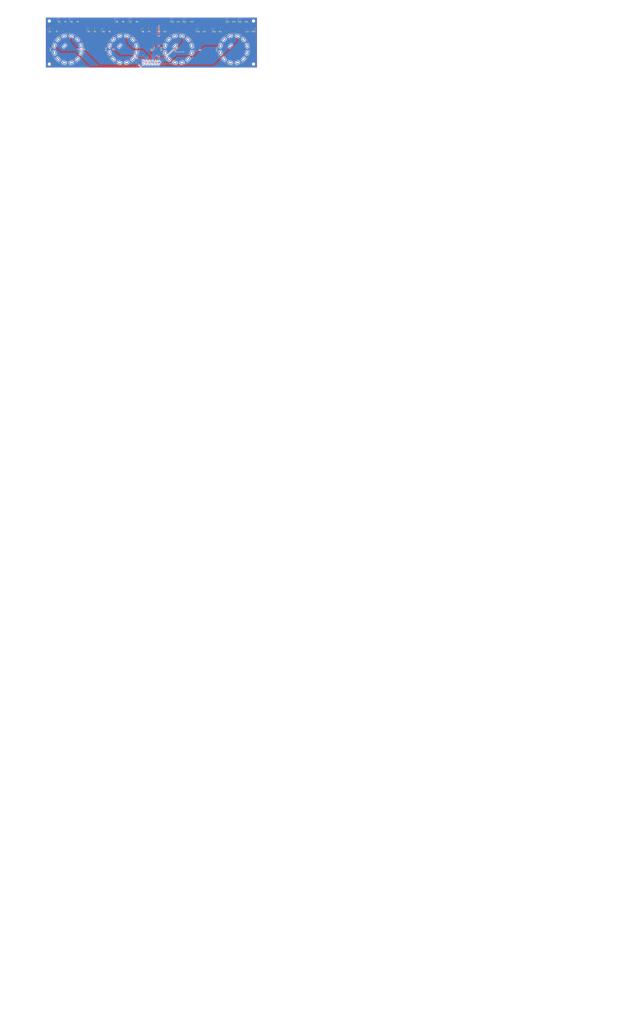
<source format=kicad_pcb>
(kicad_pcb
	(version 20240108)
	(generator "pcbnew")
	(generator_version "8.0")
	(general
		(thickness 1.6)
		(legacy_teardrops no)
	)
	(paper "A4")
	(layers
		(0 "F.Cu" signal)
		(31 "B.Cu" signal)
		(34 "B.Paste" user)
		(35 "F.Paste" user)
		(36 "B.SilkS" user "B.Silkscreen")
		(37 "F.SilkS" user "F.Silkscreen")
		(38 "B.Mask" user)
		(39 "F.Mask" user)
		(44 "Edge.Cuts" user)
		(45 "Margin" user)
		(46 "B.CrtYd" user "B.Courtyard")
		(47 "F.CrtYd" user "F.Courtyard")
		(48 "B.Fab" user)
		(49 "F.Fab" user)
	)
	(setup
		(stackup
			(layer "F.SilkS"
				(type "Top Silk Screen")
				(color "White")
			)
			(layer "F.Paste"
				(type "Top Solder Paste")
			)
			(layer "F.Mask"
				(type "Top Solder Mask")
				(color "Black")
				(thickness 0.01)
			)
			(layer "F.Cu"
				(type "copper")
				(thickness 0.035)
			)
			(layer "dielectric 1"
				(type "core")
				(thickness 1.51)
				(material "FR4")
				(epsilon_r 4.5)
				(loss_tangent 0.02)
			)
			(layer "B.Cu"
				(type "copper")
				(thickness 0.035)
			)
			(layer "B.Mask"
				(type "Bottom Solder Mask")
				(color "Black")
				(thickness 0.01)
			)
			(layer "B.Paste"
				(type "Bottom Solder Paste")
			)
			(layer "B.SilkS"
				(type "Bottom Silk Screen")
				(color "White")
			)
			(copper_finish "None")
			(dielectric_constraints yes)
		)
		(pad_to_mask_clearance 0)
		(allow_soldermask_bridges_in_footprints no)
		(aux_axis_origin 74 130)
		(grid_origin 74 130)
		(pcbplotparams
			(layerselection 0x00010fc_ffffffff)
			(plot_on_all_layers_selection 0x0000000_00000000)
			(disableapertmacros no)
			(usegerberextensions no)
			(usegerberattributes yes)
			(usegerberadvancedattributes yes)
			(creategerberjobfile yes)
			(dashed_line_dash_ratio 12.000000)
			(dashed_line_gap_ratio 3.000000)
			(svgprecision 4)
			(plotframeref no)
			(viasonmask no)
			(mode 1)
			(useauxorigin no)
			(hpglpennumber 1)
			(hpglpenspeed 20)
			(hpglpendiameter 15.000000)
			(pdf_front_fp_property_popups yes)
			(pdf_back_fp_property_popups yes)
			(dxfpolygonmode yes)
			(dxfimperialunits yes)
			(dxfusepcbnewfont yes)
			(psnegative no)
			(psa4output no)
			(plotreference yes)
			(plotvalue yes)
			(plotfptext yes)
			(plotinvisibletext no)
			(sketchpadsonfab no)
			(subtractmaskfromsilk no)
			(outputformat 1)
			(mirror no)
			(drillshape 1)
			(scaleselection 1)
			(outputdirectory "")
		)
	)
	(net 0 "")
	(net 1 "/LED_PWR")
	(net 2 "Net-(D1-A)")
	(net 3 "Net-(D2-A)")
	(net 4 "Net-(D3-A)")
	(net 5 "Net-(D4-A)")
	(net 6 "Net-(D5-A)")
	(net 7 "Net-(D6-A)")
	(net 8 "+3V3")
	(net 9 "/ATT Capt")
	(net 10 "/AIR Capt")
	(net 11 "/ATT FO")
	(net 12 "/AIR FO")
	(net 13 "/EIS Capt")
	(net 14 "/PWM_1")
	(net 15 "/EIS FO")
	(net 16 "GND")
	(net 17 "/ECAM Capt")
	(net 18 "VBUS")
	(net 19 "/ECAM FO")
	(net 20 "unconnected-(SW1-Pad2)")
	(net 21 "unconnected-(SW1-Pad3)")
	(net 22 "unconnected-(SW1-Pad5)")
	(net 23 "unconnected-(SW1-Pad6)")
	(net 24 "unconnected-(SW1-Pad7)")
	(net 25 "unconnected-(SW1-Pad8)")
	(net 26 "unconnected-(SW1-Pad9)")
	(net 27 "unconnected-(SW1-Pad10)")
	(net 28 "unconnected-(SW1-Pad11)")
	(net 29 "unconnected-(SW1-Pad12)")
	(net 30 "unconnected-(SW2-Pad2)")
	(net 31 "unconnected-(SW2-Pad3)")
	(net 32 "unconnected-(SW2-Pad5)")
	(net 33 "unconnected-(SW2-Pad6)")
	(net 34 "unconnected-(SW2-Pad7)")
	(net 35 "unconnected-(SW2-Pad8)")
	(net 36 "unconnected-(SW2-Pad9)")
	(net 37 "unconnected-(SW2-Pad10)")
	(net 38 "unconnected-(SW2-Pad11)")
	(net 39 "unconnected-(SW2-Pad12)")
	(net 40 "unconnected-(SW3-Pad2)")
	(net 41 "unconnected-(SW3-Pad3)")
	(net 42 "unconnected-(SW3-Pad5)")
	(net 43 "unconnected-(SW3-Pad6)")
	(net 44 "unconnected-(SW3-Pad7)")
	(net 45 "unconnected-(SW3-Pad8)")
	(net 46 "unconnected-(SW3-Pad9)")
	(net 47 "unconnected-(SW3-Pad10)")
	(net 48 "unconnected-(SW3-Pad11)")
	(net 49 "unconnected-(SW3-Pad12)")
	(net 50 "unconnected-(SW4-Pad2)")
	(net 51 "unconnected-(SW4-Pad3)")
	(net 52 "unconnected-(SW4-Pad5)")
	(net 53 "unconnected-(SW4-Pad6)")
	(net 54 "unconnected-(SW4-Pad7)")
	(net 55 "unconnected-(SW4-Pad8)")
	(net 56 "unconnected-(SW4-Pad9)")
	(net 57 "unconnected-(SW4-Pad10)")
	(net 58 "unconnected-(SW4-Pad11)")
	(net 59 "unconnected-(SW4-Pad12)")
	(net 60 "Net-(D7-A)")
	(net 61 "Net-(D8-A)")
	(net 62 "Net-(D9-A)")
	(net 63 "Net-(D10-A)")
	(net 64 "Net-(D11-A)")
	(net 65 "Net-(D12-A)")
	(net 66 "Net-(D13-A)")
	(net 67 "Net-(D14-A)")
	(net 68 "Net-(D15-A)")
	(net 69 "Net-(D16-A)")
	(footprint "MountingHole:MountingHole_2.2mm_M2" (layer "F.Cu") (at 243 127))
	(footprint "LED_SMD:LED_0805_2012Metric" (layer "F.Cu") (at 187.0625 91))
	(footprint "LED_SMD:LED_0805_2012Metric" (layer "F.Cu") (at 121 99))
	(footprint "Resistor_SMD:R_0805_2012Metric" (layer "F.Cu") (at 100.0875 91 180))
	(footprint "LED_SMD:LED_0805_2012Metric" (layer "F.Cu") (at 94.9375 91))
	(footprint "NiasStuff:C&K_Rotary_Switches" (layer "F.Cu") (at 227 115 90))
	(footprint "MountingHole:MountingHole_2.2mm_M2" (layer "F.Cu") (at 77 127))
	(footprint "Resistor_SMD:R_0805_2012Metric" (layer "F.Cu") (at 227.025 91 180))
	(footprint "LED_SMD:LED_0805_2012Metric" (layer "F.Cu") (at 109.0625 99))
	(footprint "LED_SMD:LED_0805_2012Metric" (layer "F.Cu") (at 85.0625 91))
	(footprint "NiasStuff:C&K_Rotary_Switches" (layer "F.Cu") (at 182 115 90))
	(footprint "Resistor_SMD:R_0805_2012Metric" (layer "F.Cu") (at 238.0875 99))
	(footprint "Resistor_SMD:R_0805_2012Metric" (layer "F.Cu") (at 90.0875 91 180))
	(footprint "Resistor_SMD:R_0805_2012Metric" (layer "F.Cu") (at 158.0875 99 180))
	(footprint "Resistor_SMD:R_0805_2012Metric" (layer "F.Cu") (at 182.025 91 180))
	(footprint "LED_SMD:LED_0805_2012Metric" (layer "F.Cu") (at 132 91))
	(footprint "LED_SMD:LED_0805_2012Metric" (layer "F.Cu") (at 143.0625 91))
	(footprint "Resistor_SMD:R_0805_2012Metric" (layer "F.Cu") (at 192.9125 91 180))
	(footprint "LED_SMD:LED_0805_2012Metric" (layer "F.Cu") (at 198 99))
	(footprint "NiasStuff:C&K_Rotary_Switches" (layer "F.Cu") (at 92 115 90))
	(footprint "Resistor_SMD:R_0805_2012Metric" (layer "F.Cu") (at 237.025 91 180))
	(footprint "Resistor_SMD:R_0805_2012Metric" (layer "F.Cu") (at 83.0875 99 180))
	(footprint "Resistor_SMD:R_0805_2012Metric" (layer "F.Cu") (at 148.0875 91 180))
	(footprint "LED_SMD:LED_0805_2012Metric" (layer "F.Cu") (at 77.5025 99))
	(footprint "LED_SMD:LED_0805_2012Metric" (layer "F.Cu") (at 242.9375 99 180))
	(footprint "LED_SMD:LED_0805_2012Metric" (layer "F.Cu") (at 222 91))
	(footprint "Resistor_SMD:R_0805_2012Metric" (layer "F.Cu") (at 203.0875 99 180))
	(footprint "NiasStuff:C&K_Rotary_Switches" (layer "F.Cu") (at 137 115 90))
	(footprint "Resistor_SMD:R_0805_2012Metric" (layer "F.Cu") (at 171.0875 99 180))
	(footprint "Resistor_SMD:R_0805_2012Metric" (layer "F.Cu") (at 126.0875 99 180))
	(footprint "LED_SMD:LED_0805_2012Metric" (layer "F.Cu") (at 231.9375 91))
	(footprint "Resistor_SMD:R_0805_2012Metric" (layer "F.Cu") (at 216.0875 99 180))
	(footprint "Package_TO_SOT_SMD:SOT-23-3" (layer "F.Cu") (at 162.05 115.1375 90))
	(footprint "Resistor_SMD:R_0603_1608Metric" (layer "F.Cu") (at 161.925 120))
	(footprint "Resistor_SMD:R_0805_2012Metric" (layer "F.Cu") (at 114.0875 99 180))
	(footprint "MountingHole:MountingHole_2.2mm_M2" (layer "F.Cu") (at 243 92))
	(footprint "LED_SMD:LED_0805_2012Metric" (layer "F.Cu") (at 153.0625 99))
	(footprint "LED_SMD:LED_0805_2012Metric" (layer "F.Cu") (at 211 99))
	(footprint "LED_SMD:LED_0805_2012Metric"
		(layer "F.Cu")
		(uuid "da712e24-85f8-4351-b2c8-600c3d9e326d")
		(at 166.0625 99)
		(descr "LED SMD 0805 (2012 Metric), square (rectangular) end terminal, IPC_7351 nominal, (Body size source: https://docs.google.com/spreadsheets/d/1BsfQQcO9C6DZCsRaXUlFlo91Tg2WpOkGARC1WS5S8t0/edit?usp=sharing), generated with kicad-footprint-generator")
		(tags "LED")
		(property "Reference" "D9"
			(at 0 1.75 0)
			(layer "F.SilkS")
			(uuid "a163bd15-8401-445e-a7b7-54c0b7668d74")
			(effects
				(font
					(size 1 1)
					(thickness 0.15)
				)
			)
		)
		(property "Value" "LED"
			(at 0 1.65 0)
			(layer "F.Fab")
			(uuid "e2d5bcfa-4cc2-4384-9979-4596114e130b")
			(effects
				(font
					(size 1 1)
					(thickness 0.15)
				)
			)
		)
		(property "Footprint" "LED_SMD:LED_0805_2012Metric"
			(at 0 0 0)
			(unlocked yes)
			(layer "F.Fab")
			(hide yes)
			(uuid "f8fd9b89-4057-4729-a1b7-04227299352d")
			(effects
				(font
					(size 1.27 1.27)
				)
			)
		)
		(property "Datasheet" "https://www.lcsc.com/datasheet/lcsc_datasheet_2402181504_XINGLIGHT-XL-2012WWC-DS_C3646928.pdf"
			(at 0 0 0)
			(unlocked yes)
			(layer "F.Fab")
			(hide yes)
			(uuid "a29488c9-bea7-469c-a47f-f4eb3607ca86")
			(effects
				(font
					(size 1.27 1.27)
				)
			)
		)
		(property "Description" ""
			(at 0 0 0)
			(unlocked yes)
			(layer "F.Fab")
			(hide yes)
			(uuid "a5f41849-c256-4e68-93cf-4944f56f657d")
			(effects
				(font
					(size 1.27 1.27)
				)
			)
		)
		(property "JLCPCB Part" "C3646928"
			(at 0 0 0)
			(layer "F.Fab")
			(hide yes)
			(uuid "0c22817c-eb0f-4267-91e2-bb148a5d3388")
			(effects
				(font
					(size 1 1)
					(thickness 0.15)
				)
			)
		)
		(property "Manufracturer" "XINGLIGHT"
			(at 0 0 0)
			(layer "F.Fab")
			(hide yes)
			(uuid "64e17ba7-84ce-4df4-a2cf-35bae9a0f192")
			(effects
				(font
					(size 1 1)
					(thickness 0.15)
				)
			)
		)
		(property "Manufracturer Part Number" "XL-2012WWC-DS"
			(at 0 0 0)
			(layer "F.Fab")
			(hide yes)
			(uuid "50b8664a-2082-4948-9d7c-b529d2e12c3b")
			(effects
				(font
					(size 1 1)
					(thickness 0.15)
				)
			)
		)
		(property ki_fp_filters "LED* LED_SMD:* LED_THT:*")
		(path "/9f1df7d9-f03f-4eb8-987d-92474e3ef8ca")
		(sheetname "Root")
		(sheetfile "8VU.kicad_sch")
		(attr smd)
		(fp_line
			(start -1.685 -0.96)
			(end -1.685 0.96)
			(stroke
				(width 0.12)
				(type solid)
			)
			(layer "F.SilkS")
			(uuid "2025e100-ba8d-4bb6-96cd-956f7d9325cc")
		)
		(fp_line
			(start -1.685 0.96)
			(end 1 0.96)
			(stroke
				(width 0.12)
				(type solid)
			)
			(layer "F.SilkS")
			(uuid "67769fed-3cff-4f26-bdff-e2154b64ef6b")
		)
		(fp_line
			(start 1 -0.96)
			(end -1.685 -0.96)
			(stroke
				(width 0.12)
				(type solid)
			)
			(layer "F.SilkS")
			(uuid "b4ab0f7f-f673-4f91-a7e8-469fda91bb59")
		)
		(fp_line
			(start -1.68 -0.95)
			(end 1.68 -0.95)
			(stroke
				(width 0.05)
				(type solid)
			)
			(layer "F.CrtYd")
			(uuid "7aaed126-bf41-4aa6-af73-6ce6a40144e4")
		)
		(fp_line
			(start -1.68 0.95)
			(end -1.68 -0.95)
			(stroke
				(width 0.05)
				(type solid)
			)
			(layer "F.CrtYd")
			(uuid "fbd66a6f-f5e0-468d-b104-a8956e1613a3")
... [1041488 chars truncated]
</source>
